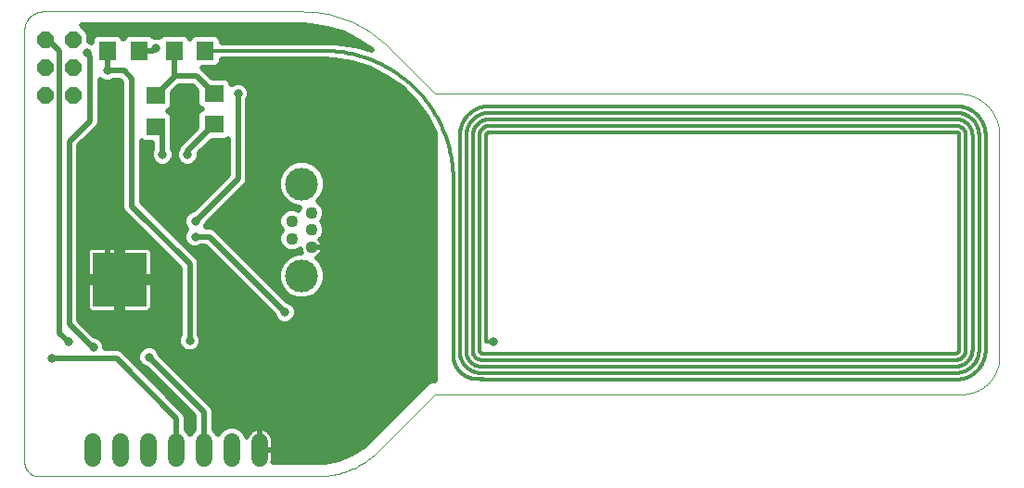
<source format=gtl>
G75*
%MOIN*%
%OFA0B0*%
%FSLAX25Y25*%
%IPPOS*%
%LPD*%
%AMOC8*
5,1,8,0,0,1.08239X$1,22.5*
%
%ADD10C,0.00000*%
%ADD11R,0.19685X0.19685*%
%ADD12R,0.06299X0.07098*%
%ADD13OC8,0.06000*%
%ADD14C,0.06000*%
%ADD15C,0.04362*%
%ADD16C,0.11811*%
%ADD17C,0.01181*%
%ADD18R,0.02953X0.01181*%
%ADD19C,0.03181*%
%ADD20R,0.07098X0.06299*%
%ADD21C,0.03175*%
%ADD22C,0.01969*%
%ADD23C,0.05906*%
D10*
X0031261Y0021669D02*
X0131325Y0021669D01*
X0153242Y0030748D02*
X0173691Y0051197D01*
X0362808Y0051197D01*
X0362808Y0051196D02*
X0363138Y0051200D01*
X0363467Y0051212D01*
X0363796Y0051232D01*
X0364124Y0051260D01*
X0364452Y0051295D01*
X0364779Y0051339D01*
X0365104Y0051391D01*
X0365428Y0051450D01*
X0365751Y0051517D01*
X0366072Y0051592D01*
X0366391Y0051675D01*
X0366708Y0051765D01*
X0367023Y0051864D01*
X0367335Y0051969D01*
X0367644Y0052082D01*
X0367951Y0052203D01*
X0368255Y0052331D01*
X0368555Y0052466D01*
X0368853Y0052609D01*
X0369146Y0052758D01*
X0369436Y0052915D01*
X0369722Y0053079D01*
X0370004Y0053249D01*
X0370282Y0053426D01*
X0370556Y0053610D01*
X0370825Y0053801D01*
X0371089Y0053998D01*
X0371349Y0054201D01*
X0371603Y0054410D01*
X0371852Y0054626D01*
X0372096Y0054848D01*
X0372335Y0055075D01*
X0372568Y0055308D01*
X0372795Y0055547D01*
X0373017Y0055791D01*
X0373233Y0056040D01*
X0373442Y0056294D01*
X0373645Y0056554D01*
X0373842Y0056818D01*
X0374033Y0057087D01*
X0374217Y0057361D01*
X0374394Y0057639D01*
X0374564Y0057921D01*
X0374728Y0058207D01*
X0374885Y0058497D01*
X0375034Y0058790D01*
X0375177Y0059088D01*
X0375312Y0059388D01*
X0375440Y0059692D01*
X0375561Y0059999D01*
X0375674Y0060308D01*
X0375779Y0060620D01*
X0375878Y0060935D01*
X0375968Y0061252D01*
X0376051Y0061571D01*
X0376126Y0061892D01*
X0376193Y0062215D01*
X0376252Y0062539D01*
X0376304Y0062864D01*
X0376348Y0063191D01*
X0376383Y0063519D01*
X0376411Y0063847D01*
X0376431Y0064176D01*
X0376443Y0064505D01*
X0376447Y0064835D01*
X0376447Y0144657D01*
X0376443Y0145015D01*
X0376430Y0145372D01*
X0376408Y0145730D01*
X0376378Y0146086D01*
X0376339Y0146442D01*
X0376292Y0146797D01*
X0376236Y0147150D01*
X0376171Y0147502D01*
X0376098Y0147852D01*
X0376017Y0148201D01*
X0375927Y0148547D01*
X0375829Y0148891D01*
X0375722Y0149233D01*
X0375608Y0149572D01*
X0375485Y0149908D01*
X0375354Y0150241D01*
X0375215Y0150571D01*
X0375068Y0150897D01*
X0374913Y0151220D01*
X0374751Y0151539D01*
X0374581Y0151853D01*
X0374403Y0152164D01*
X0374218Y0152470D01*
X0374025Y0152772D01*
X0373826Y0153069D01*
X0373619Y0153361D01*
X0373405Y0153648D01*
X0373184Y0153930D01*
X0372957Y0154206D01*
X0372723Y0154477D01*
X0372482Y0154741D01*
X0372236Y0155001D01*
X0371983Y0155254D01*
X0371723Y0155500D01*
X0371459Y0155741D01*
X0371188Y0155975D01*
X0370912Y0156202D01*
X0370630Y0156423D01*
X0370343Y0156637D01*
X0370051Y0156844D01*
X0369754Y0157043D01*
X0369452Y0157236D01*
X0369146Y0157421D01*
X0368835Y0157599D01*
X0368521Y0157769D01*
X0368202Y0157931D01*
X0367879Y0158086D01*
X0367553Y0158233D01*
X0367223Y0158372D01*
X0366890Y0158503D01*
X0366554Y0158626D01*
X0366215Y0158740D01*
X0365873Y0158847D01*
X0365529Y0158945D01*
X0365183Y0159035D01*
X0364834Y0159116D01*
X0364484Y0159189D01*
X0364132Y0159254D01*
X0363779Y0159310D01*
X0363424Y0159357D01*
X0363068Y0159396D01*
X0362712Y0159426D01*
X0362354Y0159448D01*
X0361997Y0159461D01*
X0361639Y0159465D01*
X0173691Y0159465D01*
X0157002Y0176154D01*
X0126007Y0188992D02*
X0032774Y0188992D01*
X0032612Y0188990D01*
X0032449Y0188984D01*
X0032287Y0188974D01*
X0032125Y0188961D01*
X0031964Y0188943D01*
X0031803Y0188921D01*
X0031642Y0188896D01*
X0031483Y0188867D01*
X0031324Y0188834D01*
X0031166Y0188797D01*
X0031008Y0188756D01*
X0030852Y0188711D01*
X0030697Y0188663D01*
X0030543Y0188611D01*
X0030391Y0188555D01*
X0030240Y0188496D01*
X0030090Y0188433D01*
X0029942Y0188366D01*
X0029795Y0188296D01*
X0029651Y0188222D01*
X0029508Y0188145D01*
X0029367Y0188064D01*
X0029228Y0187980D01*
X0029091Y0187893D01*
X0028956Y0187802D01*
X0028823Y0187708D01*
X0028693Y0187611D01*
X0028565Y0187511D01*
X0028440Y0187408D01*
X0028317Y0187302D01*
X0028197Y0187193D01*
X0028079Y0187081D01*
X0027964Y0186966D01*
X0027852Y0186848D01*
X0027743Y0186728D01*
X0027637Y0186605D01*
X0027534Y0186480D01*
X0027434Y0186352D01*
X0027337Y0186222D01*
X0027243Y0186089D01*
X0027152Y0185954D01*
X0027065Y0185817D01*
X0026981Y0185678D01*
X0026900Y0185537D01*
X0026823Y0185394D01*
X0026749Y0185250D01*
X0026679Y0185103D01*
X0026612Y0184955D01*
X0026549Y0184805D01*
X0026490Y0184654D01*
X0026434Y0184502D01*
X0026382Y0184348D01*
X0026334Y0184193D01*
X0026289Y0184037D01*
X0026248Y0183879D01*
X0026211Y0183721D01*
X0026178Y0183562D01*
X0026149Y0183403D01*
X0026124Y0183242D01*
X0026102Y0183081D01*
X0026084Y0182920D01*
X0026071Y0182758D01*
X0026061Y0182596D01*
X0026055Y0182433D01*
X0026053Y0182271D01*
X0026053Y0026877D01*
X0026055Y0026733D01*
X0026061Y0026590D01*
X0026071Y0026447D01*
X0026085Y0026304D01*
X0026102Y0026162D01*
X0026124Y0026020D01*
X0026150Y0025879D01*
X0026179Y0025738D01*
X0026212Y0025599D01*
X0026250Y0025460D01*
X0026290Y0025322D01*
X0026335Y0025186D01*
X0026384Y0025051D01*
X0026436Y0024917D01*
X0026492Y0024785D01*
X0026551Y0024654D01*
X0026614Y0024525D01*
X0026681Y0024398D01*
X0026751Y0024273D01*
X0026824Y0024150D01*
X0026901Y0024028D01*
X0026981Y0023909D01*
X0027065Y0023793D01*
X0027151Y0023678D01*
X0027241Y0023566D01*
X0027334Y0023457D01*
X0027429Y0023350D01*
X0027528Y0023245D01*
X0027629Y0023144D01*
X0027734Y0023045D01*
X0027841Y0022950D01*
X0027950Y0022857D01*
X0028062Y0022767D01*
X0028177Y0022681D01*
X0028293Y0022597D01*
X0028412Y0022517D01*
X0028534Y0022440D01*
X0028657Y0022367D01*
X0028782Y0022297D01*
X0028909Y0022230D01*
X0029038Y0022167D01*
X0029169Y0022108D01*
X0029301Y0022052D01*
X0029435Y0022000D01*
X0029570Y0021951D01*
X0029706Y0021906D01*
X0029844Y0021866D01*
X0029983Y0021828D01*
X0030122Y0021795D01*
X0030263Y0021766D01*
X0030404Y0021740D01*
X0030546Y0021718D01*
X0030688Y0021701D01*
X0030831Y0021687D01*
X0030974Y0021677D01*
X0031117Y0021671D01*
X0031261Y0021669D01*
X0131325Y0021669D02*
X0132086Y0021678D01*
X0132846Y0021706D01*
X0133605Y0021753D01*
X0134363Y0021818D01*
X0135119Y0021902D01*
X0135873Y0022004D01*
X0136624Y0022125D01*
X0137372Y0022265D01*
X0138116Y0022422D01*
X0138856Y0022598D01*
X0139592Y0022792D01*
X0140323Y0023004D01*
X0141048Y0023233D01*
X0141767Y0023481D01*
X0142480Y0023746D01*
X0143187Y0024028D01*
X0143886Y0024328D01*
X0144577Y0024645D01*
X0145261Y0024979D01*
X0145936Y0025329D01*
X0146603Y0025696D01*
X0147260Y0026079D01*
X0147908Y0026478D01*
X0148545Y0026893D01*
X0149173Y0027323D01*
X0149789Y0027769D01*
X0150395Y0028229D01*
X0150989Y0028705D01*
X0151571Y0029195D01*
X0152141Y0029698D01*
X0152698Y0030216D01*
X0153242Y0030748D01*
X0157001Y0176154D02*
X0156255Y0176883D01*
X0155491Y0177594D01*
X0154711Y0178286D01*
X0153914Y0178960D01*
X0153102Y0179614D01*
X0152275Y0180249D01*
X0151432Y0180864D01*
X0150575Y0181459D01*
X0149704Y0182034D01*
X0148820Y0182587D01*
X0147923Y0183120D01*
X0147013Y0183630D01*
X0146092Y0184119D01*
X0145159Y0184586D01*
X0144215Y0185031D01*
X0143261Y0185453D01*
X0142298Y0185852D01*
X0141325Y0186228D01*
X0140343Y0186581D01*
X0139353Y0186911D01*
X0138356Y0187216D01*
X0137352Y0187498D01*
X0136341Y0187756D01*
X0135324Y0187990D01*
X0134302Y0188200D01*
X0133276Y0188385D01*
X0132245Y0188546D01*
X0131211Y0188682D01*
X0130173Y0188794D01*
X0129134Y0188880D01*
X0128093Y0188942D01*
X0127050Y0188980D01*
X0126007Y0188992D01*
D11*
X0060305Y0092417D03*
D12*
X0056045Y0174819D03*
X0067242Y0174819D03*
X0079904Y0174819D03*
X0091100Y0174819D03*
D13*
X0043652Y0178953D03*
X0033652Y0178953D03*
X0033652Y0168953D03*
X0043652Y0168953D03*
X0043652Y0158953D03*
X0033652Y0158953D03*
D14*
X0050620Y0034276D02*
X0050620Y0028276D01*
X0060620Y0028276D02*
X0060620Y0034276D01*
X0070620Y0034276D02*
X0070620Y0028276D01*
X0080620Y0028276D02*
X0080620Y0034276D01*
X0090620Y0034276D02*
X0090620Y0028276D01*
X0100620Y0028276D02*
X0100620Y0034276D01*
X0110620Y0034276D02*
X0110620Y0028276D01*
D15*
X0129281Y0104031D03*
X0129281Y0110331D03*
X0122195Y0113480D03*
X0129281Y0116630D03*
X0122195Y0107181D03*
D16*
X0125738Y0093795D03*
X0125738Y0126866D03*
D17*
X0133829Y0174819D02*
X0134949Y0174805D01*
X0136069Y0174765D01*
X0137187Y0174697D01*
X0138303Y0174603D01*
X0139417Y0174481D01*
X0140527Y0174333D01*
X0141634Y0174157D01*
X0142736Y0173955D01*
X0143832Y0173727D01*
X0144923Y0173472D01*
X0146008Y0173191D01*
X0147085Y0172883D01*
X0148154Y0172550D01*
X0149216Y0172191D01*
X0150268Y0171806D01*
X0151310Y0171397D01*
X0152343Y0170962D01*
X0153364Y0170502D01*
X0154374Y0170018D01*
X0155373Y0169509D01*
X0156358Y0168976D01*
X0157331Y0168420D01*
X0158289Y0167841D01*
X0159234Y0167238D01*
X0160163Y0166613D01*
X0161078Y0165965D01*
X0161976Y0165296D01*
X0162858Y0164605D01*
X0163723Y0163893D01*
X0164570Y0163160D01*
X0165400Y0162408D01*
X0166211Y0161635D01*
X0167003Y0160843D01*
X0167776Y0160032D01*
X0168528Y0159202D01*
X0169261Y0158355D01*
X0169973Y0157490D01*
X0170664Y0156608D01*
X0171333Y0155710D01*
X0171981Y0154795D01*
X0172606Y0153866D01*
X0173209Y0152921D01*
X0173788Y0151963D01*
X0174344Y0150990D01*
X0174877Y0150005D01*
X0175386Y0149006D01*
X0175870Y0147996D01*
X0176330Y0146975D01*
X0176765Y0145942D01*
X0177174Y0144900D01*
X0177559Y0143848D01*
X0177918Y0142786D01*
X0178251Y0141717D01*
X0178559Y0140640D01*
X0178840Y0139555D01*
X0179095Y0138464D01*
X0179323Y0137368D01*
X0179525Y0136266D01*
X0179701Y0135159D01*
X0179849Y0134049D01*
X0179971Y0132935D01*
X0180065Y0131819D01*
X0180133Y0130701D01*
X0180173Y0129581D01*
X0180187Y0128461D01*
X0180187Y0065272D01*
X0182549Y0067142D02*
X0182549Y0144307D01*
X0184911Y0144307D02*
X0184911Y0067142D01*
X0187274Y0067142D02*
X0187274Y0144307D01*
X0189636Y0144307D02*
X0189636Y0067142D01*
X0182549Y0067142D02*
X0182537Y0066956D01*
X0182529Y0066770D01*
X0182526Y0066584D01*
X0182528Y0066398D01*
X0182533Y0066212D01*
X0182544Y0066026D01*
X0182559Y0065841D01*
X0182578Y0065656D01*
X0182602Y0065471D01*
X0182630Y0065287D01*
X0182663Y0065104D01*
X0182700Y0064922D01*
X0182742Y0064740D01*
X0182788Y0064560D01*
X0182838Y0064381D01*
X0182893Y0064203D01*
X0182952Y0064026D01*
X0183015Y0063851D01*
X0183082Y0063678D01*
X0183154Y0063506D01*
X0183229Y0063336D01*
X0183309Y0063168D01*
X0183393Y0063002D01*
X0183481Y0062838D01*
X0183572Y0062676D01*
X0183668Y0062516D01*
X0183767Y0062359D01*
X0183870Y0062204D01*
X0183977Y0062052D01*
X0184088Y0061902D01*
X0184202Y0061755D01*
X0184320Y0061611D01*
X0184441Y0061470D01*
X0184565Y0061331D01*
X0184693Y0061196D01*
X0184824Y0061064D01*
X0184958Y0060935D01*
X0185095Y0060809D01*
X0185236Y0060687D01*
X0185379Y0060568D01*
X0185525Y0060453D01*
X0185673Y0060341D01*
X0185825Y0060233D01*
X0185979Y0060128D01*
X0186135Y0060028D01*
X0186294Y0059931D01*
X0186455Y0059837D01*
X0186619Y0059748D01*
X0186784Y0059663D01*
X0186951Y0059582D01*
X0187121Y0059505D01*
X0187292Y0059432D01*
X0187465Y0059363D01*
X0187639Y0059298D01*
X0187815Y0059238D01*
X0187993Y0059182D01*
X0188171Y0059130D01*
X0188351Y0059083D01*
X0188532Y0059040D01*
X0188714Y0059001D01*
X0188897Y0058967D01*
X0189081Y0058937D01*
X0189265Y0058911D01*
X0189450Y0058890D01*
X0189635Y0058874D01*
X0189636Y0058874D02*
X0360896Y0058874D01*
X0360896Y0056512D02*
X0190030Y0056512D01*
X0190738Y0056708D02*
X0190755Y0056707D01*
X0190772Y0056702D01*
X0190787Y0056695D01*
X0190801Y0056685D01*
X0190813Y0056673D01*
X0190823Y0056659D01*
X0190830Y0056644D01*
X0190835Y0056627D01*
X0190836Y0056610D01*
X0190738Y0056709D02*
X0188750Y0056709D01*
X0189636Y0061236D02*
X0360896Y0061236D01*
X0360896Y0063598D02*
X0190030Y0063598D01*
X0188750Y0056709D02*
X0188543Y0056712D01*
X0188336Y0056719D01*
X0188130Y0056731D01*
X0187924Y0056749D01*
X0187718Y0056771D01*
X0187513Y0056799D01*
X0187308Y0056831D01*
X0187105Y0056869D01*
X0186902Y0056911D01*
X0186701Y0056958D01*
X0186500Y0057010D01*
X0186301Y0057067D01*
X0186104Y0057128D01*
X0185908Y0057194D01*
X0185714Y0057265D01*
X0185521Y0057341D01*
X0185330Y0057422D01*
X0185142Y0057506D01*
X0184955Y0057596D01*
X0184771Y0057690D01*
X0184589Y0057788D01*
X0184409Y0057891D01*
X0184232Y0057998D01*
X0184057Y0058109D01*
X0183886Y0058225D01*
X0183717Y0058344D01*
X0183551Y0058468D01*
X0183388Y0058596D01*
X0183228Y0058727D01*
X0183072Y0058863D01*
X0182918Y0059002D01*
X0182769Y0059144D01*
X0182622Y0059291D01*
X0182480Y0059440D01*
X0182341Y0059594D01*
X0182205Y0059750D01*
X0182074Y0059910D01*
X0181946Y0060073D01*
X0181822Y0060239D01*
X0181703Y0060408D01*
X0181587Y0060579D01*
X0181476Y0060754D01*
X0181369Y0060931D01*
X0181266Y0061111D01*
X0181168Y0061293D01*
X0181074Y0061477D01*
X0180984Y0061664D01*
X0180900Y0061852D01*
X0180819Y0062043D01*
X0180743Y0062236D01*
X0180672Y0062430D01*
X0180606Y0062626D01*
X0180545Y0062823D01*
X0180488Y0063022D01*
X0180436Y0063223D01*
X0180389Y0063424D01*
X0180347Y0063627D01*
X0180309Y0063830D01*
X0180277Y0064035D01*
X0180249Y0064240D01*
X0180227Y0064446D01*
X0180209Y0064652D01*
X0180197Y0064858D01*
X0180190Y0065065D01*
X0180187Y0065272D01*
X0184911Y0067142D02*
X0184897Y0066997D01*
X0184887Y0066853D01*
X0184880Y0066708D01*
X0184878Y0066563D01*
X0184880Y0066419D01*
X0184885Y0066274D01*
X0184895Y0066129D01*
X0184908Y0065985D01*
X0184925Y0065841D01*
X0184946Y0065698D01*
X0184971Y0065555D01*
X0185000Y0065413D01*
X0185033Y0065272D01*
X0185070Y0065132D01*
X0185110Y0064993D01*
X0185154Y0064855D01*
X0185202Y0064718D01*
X0185253Y0064583D01*
X0185308Y0064449D01*
X0185367Y0064317D01*
X0185429Y0064186D01*
X0185495Y0064057D01*
X0185564Y0063930D01*
X0185637Y0063804D01*
X0185713Y0063681D01*
X0185793Y0063560D01*
X0185875Y0063441D01*
X0185961Y0063324D01*
X0186050Y0063210D01*
X0186142Y0063098D01*
X0186237Y0062989D01*
X0186335Y0062882D01*
X0186436Y0062778D01*
X0186539Y0062677D01*
X0186645Y0062579D01*
X0186754Y0062483D01*
X0186866Y0062391D01*
X0186980Y0062301D01*
X0187096Y0062215D01*
X0187214Y0062132D01*
X0187335Y0062052D01*
X0187458Y0061975D01*
X0187583Y0061902D01*
X0187710Y0061832D01*
X0187839Y0061765D01*
X0187969Y0061703D01*
X0188101Y0061643D01*
X0188235Y0061587D01*
X0188370Y0061535D01*
X0188507Y0061487D01*
X0188644Y0061442D01*
X0188783Y0061401D01*
X0188923Y0061364D01*
X0189064Y0061331D01*
X0189206Y0061301D01*
X0189349Y0061275D01*
X0189492Y0061254D01*
X0189635Y0061236D01*
X0190423Y0065961D02*
X0360896Y0065961D01*
X0360896Y0056512D02*
X0361153Y0056515D01*
X0361410Y0056524D01*
X0361666Y0056540D01*
X0361922Y0056562D01*
X0362177Y0056590D01*
X0362432Y0056624D01*
X0362686Y0056664D01*
X0362938Y0056710D01*
X0363190Y0056762D01*
X0363440Y0056821D01*
X0363689Y0056885D01*
X0363936Y0056956D01*
X0364181Y0057032D01*
X0364424Y0057115D01*
X0364665Y0057203D01*
X0364905Y0057297D01*
X0365141Y0057396D01*
X0365375Y0057502D01*
X0365607Y0057613D01*
X0365836Y0057730D01*
X0366062Y0057852D01*
X0366285Y0057979D01*
X0366505Y0058112D01*
X0366721Y0058250D01*
X0366935Y0058394D01*
X0367144Y0058542D01*
X0367350Y0058696D01*
X0367552Y0058854D01*
X0367751Y0059017D01*
X0367945Y0059185D01*
X0368135Y0059358D01*
X0368321Y0059535D01*
X0368503Y0059717D01*
X0368680Y0059903D01*
X0368853Y0060093D01*
X0369021Y0060287D01*
X0369184Y0060486D01*
X0369342Y0060688D01*
X0369496Y0060894D01*
X0369644Y0061103D01*
X0369788Y0061317D01*
X0369926Y0061533D01*
X0370059Y0061753D01*
X0370186Y0061976D01*
X0370308Y0062202D01*
X0370425Y0062431D01*
X0370536Y0062663D01*
X0370642Y0062897D01*
X0370741Y0063133D01*
X0370835Y0063373D01*
X0370923Y0063614D01*
X0371006Y0063857D01*
X0371082Y0064102D01*
X0371153Y0064349D01*
X0371217Y0064598D01*
X0371276Y0064848D01*
X0371328Y0065100D01*
X0371374Y0065352D01*
X0371414Y0065606D01*
X0371448Y0065861D01*
X0371476Y0066116D01*
X0371498Y0066372D01*
X0371514Y0066628D01*
X0371523Y0066885D01*
X0371526Y0067142D01*
X0371526Y0144307D01*
X0369163Y0144307D02*
X0369163Y0067142D01*
X0366801Y0067142D02*
X0366801Y0144307D01*
X0364439Y0144307D02*
X0364439Y0067142D01*
X0362077Y0067142D02*
X0362077Y0144307D01*
X0371526Y0144307D02*
X0371523Y0144564D01*
X0371514Y0144821D01*
X0371498Y0145077D01*
X0371476Y0145333D01*
X0371448Y0145588D01*
X0371414Y0145843D01*
X0371374Y0146097D01*
X0371328Y0146349D01*
X0371276Y0146601D01*
X0371217Y0146851D01*
X0371153Y0147100D01*
X0371082Y0147347D01*
X0371006Y0147592D01*
X0370923Y0147835D01*
X0370835Y0148076D01*
X0370741Y0148316D01*
X0370642Y0148552D01*
X0370536Y0148786D01*
X0370425Y0149018D01*
X0370308Y0149247D01*
X0370186Y0149473D01*
X0370059Y0149696D01*
X0369926Y0149916D01*
X0369788Y0150132D01*
X0369644Y0150346D01*
X0369496Y0150555D01*
X0369342Y0150761D01*
X0369184Y0150963D01*
X0369021Y0151162D01*
X0368853Y0151356D01*
X0368680Y0151546D01*
X0368503Y0151732D01*
X0368321Y0151914D01*
X0368135Y0152091D01*
X0367945Y0152264D01*
X0367751Y0152432D01*
X0367552Y0152595D01*
X0367350Y0152753D01*
X0367144Y0152907D01*
X0366935Y0153055D01*
X0366721Y0153199D01*
X0366505Y0153337D01*
X0366285Y0153470D01*
X0366062Y0153597D01*
X0365836Y0153719D01*
X0365607Y0153836D01*
X0365375Y0153947D01*
X0365141Y0154053D01*
X0364905Y0154152D01*
X0364665Y0154246D01*
X0364424Y0154334D01*
X0364181Y0154417D01*
X0363936Y0154493D01*
X0363689Y0154564D01*
X0363440Y0154628D01*
X0363190Y0154687D01*
X0362938Y0154739D01*
X0362686Y0154785D01*
X0362432Y0154825D01*
X0362177Y0154859D01*
X0361922Y0154887D01*
X0361666Y0154909D01*
X0361410Y0154925D01*
X0361153Y0154934D01*
X0360896Y0154937D01*
X0193179Y0154937D01*
X0193179Y0152575D02*
X0360896Y0152575D01*
X0360896Y0150213D02*
X0193179Y0150213D01*
X0193179Y0147850D02*
X0360896Y0147850D01*
X0360896Y0145488D02*
X0193179Y0145488D01*
X0193179Y0154937D02*
X0192922Y0154934D01*
X0192665Y0154925D01*
X0192409Y0154909D01*
X0192153Y0154887D01*
X0191898Y0154859D01*
X0191643Y0154825D01*
X0191389Y0154785D01*
X0191137Y0154739D01*
X0190885Y0154687D01*
X0190635Y0154628D01*
X0190386Y0154564D01*
X0190139Y0154493D01*
X0189894Y0154417D01*
X0189651Y0154334D01*
X0189410Y0154246D01*
X0189170Y0154152D01*
X0188934Y0154053D01*
X0188700Y0153947D01*
X0188468Y0153836D01*
X0188239Y0153719D01*
X0188013Y0153597D01*
X0187790Y0153470D01*
X0187570Y0153337D01*
X0187354Y0153199D01*
X0187140Y0153055D01*
X0186931Y0152907D01*
X0186725Y0152753D01*
X0186523Y0152595D01*
X0186324Y0152432D01*
X0186130Y0152264D01*
X0185940Y0152091D01*
X0185754Y0151914D01*
X0185572Y0151732D01*
X0185395Y0151546D01*
X0185222Y0151356D01*
X0185054Y0151162D01*
X0184891Y0150963D01*
X0184733Y0150761D01*
X0184579Y0150555D01*
X0184431Y0150346D01*
X0184287Y0150132D01*
X0184149Y0149916D01*
X0184016Y0149696D01*
X0183889Y0149473D01*
X0183767Y0149247D01*
X0183650Y0149018D01*
X0183539Y0148786D01*
X0183433Y0148552D01*
X0183334Y0148316D01*
X0183240Y0148076D01*
X0183152Y0147835D01*
X0183069Y0147592D01*
X0182993Y0147347D01*
X0182922Y0147100D01*
X0182858Y0146851D01*
X0182799Y0146601D01*
X0182747Y0146349D01*
X0182701Y0146097D01*
X0182661Y0145843D01*
X0182627Y0145588D01*
X0182599Y0145333D01*
X0182577Y0145077D01*
X0182561Y0144821D01*
X0182552Y0144564D01*
X0182549Y0144307D01*
X0191998Y0144307D02*
X0191998Y0070291D01*
X0194754Y0070291D01*
X0195541Y0065961D02*
X0193179Y0065961D01*
X0190423Y0065960D02*
X0190364Y0065974D01*
X0190306Y0065991D01*
X0190249Y0066012D01*
X0190193Y0066036D01*
X0190139Y0066064D01*
X0190087Y0066094D01*
X0190036Y0066128D01*
X0189988Y0066165D01*
X0189942Y0066204D01*
X0189899Y0066247D01*
X0189858Y0066291D01*
X0189820Y0066339D01*
X0189785Y0066388D01*
X0189753Y0066440D01*
X0189724Y0066493D01*
X0189698Y0066548D01*
X0189676Y0066604D01*
X0189657Y0066662D01*
X0189641Y0066721D01*
X0189630Y0066780D01*
X0189621Y0066840D01*
X0189617Y0066901D01*
X0189616Y0066961D01*
X0189619Y0067022D01*
X0189625Y0067082D01*
X0189635Y0067142D01*
X0187274Y0067142D02*
X0187262Y0067032D01*
X0187254Y0066921D01*
X0187250Y0066810D01*
X0187249Y0066700D01*
X0187253Y0066589D01*
X0187260Y0066478D01*
X0187272Y0066368D01*
X0187287Y0066258D01*
X0187306Y0066149D01*
X0187329Y0066041D01*
X0187355Y0065933D01*
X0187386Y0065827D01*
X0187420Y0065721D01*
X0187457Y0065617D01*
X0187499Y0065514D01*
X0187543Y0065413D01*
X0187592Y0065313D01*
X0187644Y0065215D01*
X0187699Y0065119D01*
X0187757Y0065025D01*
X0187819Y0064933D01*
X0187884Y0064843D01*
X0187952Y0064756D01*
X0188023Y0064671D01*
X0188097Y0064588D01*
X0188174Y0064509D01*
X0188253Y0064431D01*
X0188335Y0064357D01*
X0188420Y0064286D01*
X0188507Y0064217D01*
X0188597Y0064152D01*
X0188689Y0064090D01*
X0188782Y0064031D01*
X0188878Y0063975D01*
X0188976Y0063923D01*
X0189075Y0063874D01*
X0189176Y0063829D01*
X0189279Y0063787D01*
X0189383Y0063749D01*
X0189488Y0063715D01*
X0189595Y0063684D01*
X0189702Y0063657D01*
X0189811Y0063634D01*
X0189920Y0063614D01*
X0190029Y0063599D01*
X0184911Y0144307D02*
X0184913Y0144507D01*
X0184921Y0144706D01*
X0184933Y0144906D01*
X0184950Y0145105D01*
X0184971Y0145304D01*
X0184998Y0145502D01*
X0185029Y0145699D01*
X0185065Y0145896D01*
X0185106Y0146091D01*
X0185151Y0146286D01*
X0185201Y0146479D01*
X0185256Y0146671D01*
X0185316Y0146862D01*
X0185380Y0147051D01*
X0185448Y0147239D01*
X0185521Y0147425D01*
X0185599Y0147609D01*
X0185681Y0147791D01*
X0185767Y0147971D01*
X0185858Y0148149D01*
X0185953Y0148325D01*
X0186052Y0148499D01*
X0186156Y0148670D01*
X0186263Y0148838D01*
X0186375Y0149004D01*
X0186490Y0149167D01*
X0186609Y0149327D01*
X0186733Y0149484D01*
X0186860Y0149639D01*
X0186990Y0149790D01*
X0187125Y0149938D01*
X0187262Y0150082D01*
X0187404Y0150224D01*
X0187548Y0150361D01*
X0187696Y0150496D01*
X0187847Y0150626D01*
X0188002Y0150753D01*
X0188159Y0150877D01*
X0188319Y0150996D01*
X0188482Y0151111D01*
X0188648Y0151223D01*
X0188816Y0151330D01*
X0188987Y0151434D01*
X0189161Y0151533D01*
X0189337Y0151628D01*
X0189515Y0151719D01*
X0189695Y0151805D01*
X0189877Y0151887D01*
X0190061Y0151965D01*
X0190247Y0152038D01*
X0190435Y0152106D01*
X0190624Y0152170D01*
X0190815Y0152230D01*
X0191007Y0152285D01*
X0191200Y0152335D01*
X0191395Y0152380D01*
X0191590Y0152421D01*
X0191787Y0152457D01*
X0191984Y0152488D01*
X0192182Y0152515D01*
X0192381Y0152536D01*
X0192580Y0152553D01*
X0192780Y0152565D01*
X0192979Y0152573D01*
X0193179Y0152575D01*
X0193179Y0150213D02*
X0193027Y0150211D01*
X0192875Y0150205D01*
X0192723Y0150195D01*
X0192572Y0150182D01*
X0192421Y0150164D01*
X0192270Y0150143D01*
X0192120Y0150117D01*
X0191971Y0150088D01*
X0191822Y0150055D01*
X0191675Y0150018D01*
X0191528Y0149978D01*
X0191383Y0149933D01*
X0191239Y0149885D01*
X0191096Y0149833D01*
X0190954Y0149778D01*
X0190814Y0149719D01*
X0190675Y0149656D01*
X0190538Y0149590D01*
X0190403Y0149520D01*
X0190270Y0149447D01*
X0190139Y0149370D01*
X0190009Y0149290D01*
X0189882Y0149207D01*
X0189757Y0149121D01*
X0189634Y0149031D01*
X0189514Y0148938D01*
X0189396Y0148842D01*
X0189280Y0148743D01*
X0189167Y0148641D01*
X0189057Y0148537D01*
X0188949Y0148429D01*
X0188845Y0148319D01*
X0188743Y0148206D01*
X0188644Y0148090D01*
X0188548Y0147972D01*
X0188455Y0147852D01*
X0188365Y0147729D01*
X0188279Y0147604D01*
X0188196Y0147477D01*
X0188116Y0147347D01*
X0188039Y0147216D01*
X0187966Y0147083D01*
X0187896Y0146948D01*
X0187830Y0146811D01*
X0187767Y0146672D01*
X0187708Y0146532D01*
X0187653Y0146390D01*
X0187601Y0146247D01*
X0187553Y0146103D01*
X0187508Y0145958D01*
X0187468Y0145811D01*
X0187431Y0145664D01*
X0187398Y0145515D01*
X0187369Y0145366D01*
X0187343Y0145216D01*
X0187322Y0145065D01*
X0187304Y0144914D01*
X0187291Y0144763D01*
X0187281Y0144611D01*
X0187275Y0144459D01*
X0187273Y0144307D01*
X0189636Y0144307D02*
X0189638Y0144423D01*
X0189644Y0144539D01*
X0189653Y0144654D01*
X0189666Y0144769D01*
X0189683Y0144884D01*
X0189704Y0144998D01*
X0189729Y0145112D01*
X0189757Y0145224D01*
X0189789Y0145335D01*
X0189824Y0145446D01*
X0189863Y0145555D01*
X0189906Y0145663D01*
X0189952Y0145769D01*
X0190001Y0145874D01*
X0190054Y0145977D01*
X0190111Y0146079D01*
X0190170Y0146178D01*
X0190233Y0146275D01*
X0190299Y0146371D01*
X0190368Y0146464D01*
X0190440Y0146555D01*
X0190515Y0146643D01*
X0190593Y0146729D01*
X0190674Y0146812D01*
X0190757Y0146893D01*
X0190843Y0146971D01*
X0190931Y0147046D01*
X0191022Y0147118D01*
X0191115Y0147187D01*
X0191211Y0147253D01*
X0191308Y0147316D01*
X0191408Y0147375D01*
X0191509Y0147432D01*
X0191612Y0147485D01*
X0191717Y0147534D01*
X0191823Y0147580D01*
X0191931Y0147623D01*
X0192040Y0147662D01*
X0192151Y0147697D01*
X0192262Y0147729D01*
X0192374Y0147757D01*
X0192488Y0147782D01*
X0192602Y0147803D01*
X0192717Y0147820D01*
X0192832Y0147833D01*
X0192947Y0147842D01*
X0193063Y0147848D01*
X0193179Y0147850D01*
X0193179Y0145488D02*
X0193113Y0145486D01*
X0193047Y0145481D01*
X0192981Y0145471D01*
X0192916Y0145458D01*
X0192852Y0145442D01*
X0192789Y0145422D01*
X0192727Y0145398D01*
X0192667Y0145371D01*
X0192608Y0145341D01*
X0192551Y0145307D01*
X0192496Y0145270D01*
X0192443Y0145230D01*
X0192392Y0145188D01*
X0192344Y0145142D01*
X0192298Y0145094D01*
X0192256Y0145043D01*
X0192216Y0144990D01*
X0192179Y0144935D01*
X0192145Y0144878D01*
X0192115Y0144819D01*
X0192088Y0144759D01*
X0192064Y0144697D01*
X0192044Y0144634D01*
X0192028Y0144570D01*
X0192015Y0144505D01*
X0192005Y0144439D01*
X0192000Y0144373D01*
X0191998Y0144307D01*
X0133829Y0174819D02*
X0091100Y0174819D01*
X0360896Y0152575D02*
X0361096Y0152573D01*
X0361295Y0152565D01*
X0361495Y0152553D01*
X0361694Y0152536D01*
X0361893Y0152515D01*
X0362091Y0152488D01*
X0362288Y0152457D01*
X0362485Y0152421D01*
X0362680Y0152380D01*
X0362875Y0152335D01*
X0363068Y0152285D01*
X0363260Y0152230D01*
X0363451Y0152170D01*
X0363640Y0152106D01*
X0363828Y0152038D01*
X0364014Y0151965D01*
X0364198Y0151887D01*
X0364380Y0151805D01*
X0364560Y0151719D01*
X0364738Y0151628D01*
X0364914Y0151533D01*
X0365088Y0151434D01*
X0365259Y0151330D01*
X0365427Y0151223D01*
X0365593Y0151111D01*
X0365756Y0150996D01*
X0365916Y0150877D01*
X0366073Y0150753D01*
X0366228Y0150626D01*
X0366379Y0150496D01*
X0366527Y0150361D01*
X0366671Y0150224D01*
X0366813Y0150082D01*
X0366950Y0149938D01*
X0367085Y0149790D01*
X0367215Y0149639D01*
X0367342Y0149484D01*
X0367466Y0149327D01*
X0367585Y0149167D01*
X0367700Y0149004D01*
X0367812Y0148838D01*
X0367919Y0148670D01*
X0368023Y0148499D01*
X0368122Y0148325D01*
X0368217Y0148149D01*
X0368308Y0147971D01*
X0368394Y0147791D01*
X0368476Y0147609D01*
X0368554Y0147425D01*
X0368627Y0147239D01*
X0368695Y0147051D01*
X0368759Y0146862D01*
X0368819Y0146671D01*
X0368874Y0146479D01*
X0368924Y0146286D01*
X0368969Y0146091D01*
X0369010Y0145896D01*
X0369046Y0145699D01*
X0369077Y0145502D01*
X0369104Y0145304D01*
X0369125Y0145105D01*
X0369142Y0144906D01*
X0369154Y0144706D01*
X0369162Y0144507D01*
X0369164Y0144307D01*
X0366802Y0144307D02*
X0366800Y0144459D01*
X0366794Y0144611D01*
X0366784Y0144763D01*
X0366771Y0144914D01*
X0366753Y0145065D01*
X0366732Y0145216D01*
X0366706Y0145366D01*
X0366677Y0145515D01*
X0366644Y0145664D01*
X0366607Y0145811D01*
X0366567Y0145958D01*
X0366522Y0146103D01*
X0366474Y0146247D01*
X0366422Y0146390D01*
X0366367Y0146532D01*
X0366308Y0146672D01*
X0366245Y0146811D01*
X0366179Y0146948D01*
X0366109Y0147083D01*
X0366036Y0147216D01*
X0365959Y0147347D01*
X0365879Y0147477D01*
X0365796Y0147604D01*
X0365710Y0147729D01*
X0365620Y0147852D01*
X0365527Y0147972D01*
X0365431Y0148090D01*
X0365332Y0148206D01*
X0365230Y0148319D01*
X0365126Y0148429D01*
X0365018Y0148537D01*
X0364908Y0148641D01*
X0364795Y0148743D01*
X0364679Y0148842D01*
X0364561Y0148938D01*
X0364441Y0149031D01*
X0364318Y0149121D01*
X0364193Y0149207D01*
X0364066Y0149290D01*
X0363936Y0149370D01*
X0363805Y0149447D01*
X0363672Y0149520D01*
X0363537Y0149590D01*
X0363400Y0149656D01*
X0363261Y0149719D01*
X0363121Y0149778D01*
X0362979Y0149833D01*
X0362836Y0149885D01*
X0362692Y0149933D01*
X0362547Y0149978D01*
X0362400Y0150018D01*
X0362253Y0150055D01*
X0362104Y0150088D01*
X0361955Y0150117D01*
X0361805Y0150143D01*
X0361654Y0150164D01*
X0361503Y0150182D01*
X0361352Y0150195D01*
X0361200Y0150205D01*
X0361048Y0150211D01*
X0360896Y0150213D01*
X0360896Y0147850D02*
X0361012Y0147848D01*
X0361128Y0147842D01*
X0361243Y0147833D01*
X0361358Y0147820D01*
X0361473Y0147803D01*
X0361587Y0147782D01*
X0361701Y0147757D01*
X0361813Y0147729D01*
X0361924Y0147697D01*
X0362035Y0147662D01*
X0362144Y0147623D01*
X0362252Y0147580D01*
X0362358Y0147534D01*
X0362463Y0147485D01*
X0362566Y0147432D01*
X0362668Y0147375D01*
X0362767Y0147316D01*
X0362864Y0147253D01*
X0362960Y0147187D01*
X0363053Y0147118D01*
X0363144Y0147046D01*
X0363232Y0146971D01*
X0363318Y0146893D01*
X0363401Y0146812D01*
X0363482Y0146729D01*
X0363560Y0146643D01*
X0363635Y0146555D01*
X0363707Y0146464D01*
X0363776Y0146371D01*
X0363842Y0146275D01*
X0363905Y0146178D01*
X0363964Y0146079D01*
X0364021Y0145977D01*
X0364074Y0145874D01*
X0364123Y0145769D01*
X0364169Y0145663D01*
X0364212Y0145555D01*
X0364251Y0145446D01*
X0364286Y0145335D01*
X0364318Y0145224D01*
X0364346Y0145112D01*
X0364371Y0144998D01*
X0364392Y0144884D01*
X0364409Y0144769D01*
X0364422Y0144654D01*
X0364431Y0144539D01*
X0364437Y0144423D01*
X0364439Y0144307D01*
X0362077Y0144307D02*
X0362075Y0144373D01*
X0362070Y0144439D01*
X0362060Y0144505D01*
X0362047Y0144570D01*
X0362031Y0144634D01*
X0362011Y0144697D01*
X0361987Y0144759D01*
X0361960Y0144819D01*
X0361930Y0144878D01*
X0361896Y0144935D01*
X0361859Y0144990D01*
X0361819Y0145043D01*
X0361777Y0145094D01*
X0361731Y0145142D01*
X0361683Y0145188D01*
X0361632Y0145230D01*
X0361579Y0145270D01*
X0361524Y0145307D01*
X0361467Y0145341D01*
X0361408Y0145371D01*
X0361348Y0145398D01*
X0361286Y0145422D01*
X0361223Y0145442D01*
X0361159Y0145458D01*
X0361094Y0145471D01*
X0361028Y0145481D01*
X0360962Y0145486D01*
X0360896Y0145488D01*
X0369164Y0067142D02*
X0369162Y0066942D01*
X0369154Y0066743D01*
X0369142Y0066543D01*
X0369125Y0066344D01*
X0369104Y0066145D01*
X0369077Y0065947D01*
X0369046Y0065750D01*
X0369010Y0065553D01*
X0368969Y0065358D01*
X0368924Y0065163D01*
X0368874Y0064970D01*
X0368819Y0064778D01*
X0368759Y0064587D01*
X0368695Y0064398D01*
X0368627Y0064210D01*
X0368554Y0064024D01*
X0368476Y0063840D01*
X0368394Y0063658D01*
X0368308Y0063478D01*
X0368217Y0063300D01*
X0368122Y0063124D01*
X0368023Y0062950D01*
X0367919Y0062779D01*
X0367812Y0062611D01*
X0367700Y0062445D01*
X0367585Y0062282D01*
X0367466Y0062122D01*
X0367342Y0061965D01*
X0367215Y0061810D01*
X0367085Y0061659D01*
X0366950Y0061511D01*
X0366813Y0061367D01*
X0366671Y0061225D01*
X0366527Y0061088D01*
X0366379Y0060953D01*
X0366228Y0060823D01*
X0366073Y0060696D01*
X0365916Y0060572D01*
X0365756Y0060453D01*
X0365593Y0060338D01*
X0365427Y0060226D01*
X0365259Y0060119D01*
X0365088Y0060015D01*
X0364914Y0059916D01*
X0364738Y0059821D01*
X0364560Y0059730D01*
X0364380Y0059644D01*
X0364198Y0059562D01*
X0364014Y0059484D01*
X0363828Y0059411D01*
X0363640Y0059343D01*
X0363451Y0059279D01*
X0363260Y0059219D01*
X0363068Y0059164D01*
X0362875Y0059114D01*
X0362680Y0059069D01*
X0362485Y0059028D01*
X0362288Y0058992D01*
X0362091Y0058961D01*
X0361893Y0058934D01*
X0361694Y0058913D01*
X0361495Y0058896D01*
X0361295Y0058884D01*
X0361096Y0058876D01*
X0360896Y0058874D01*
X0360896Y0061236D02*
X0361048Y0061238D01*
X0361200Y0061244D01*
X0361352Y0061254D01*
X0361503Y0061267D01*
X0361654Y0061285D01*
X0361805Y0061306D01*
X0361955Y0061332D01*
X0362104Y0061361D01*
X0362253Y0061394D01*
X0362400Y0061431D01*
X0362547Y0061471D01*
X0362692Y0061516D01*
X0362836Y0061564D01*
X0362979Y0061616D01*
X0363121Y0061671D01*
X0363261Y0061730D01*
X0363400Y0061793D01*
X0363537Y0061859D01*
X0363672Y0061929D01*
X0363805Y0062002D01*
X0363936Y0062079D01*
X0364066Y0062159D01*
X0364193Y0062242D01*
X0364318Y0062328D01*
X0364441Y0062418D01*
X0364561Y0062511D01*
X0364679Y0062607D01*
X0364795Y0062706D01*
X0364908Y0062808D01*
X0365018Y0062912D01*
X0365126Y0063020D01*
X0365230Y0063130D01*
X0365332Y0063243D01*
X0365431Y0063359D01*
X0365527Y0063477D01*
X0365620Y0063597D01*
X0365710Y0063720D01*
X0365796Y0063845D01*
X0365879Y0063972D01*
X0365959Y0064102D01*
X0366036Y0064233D01*
X0366109Y0064366D01*
X0366179Y0064501D01*
X0366245Y0064638D01*
X0366308Y0064777D01*
X0366367Y0064917D01*
X0366422Y0065059D01*
X0366474Y0065202D01*
X0366522Y0065346D01*
X0366567Y0065491D01*
X0366607Y0065638D01*
X0366644Y0065785D01*
X0366677Y0065934D01*
X0366706Y0066083D01*
X0366732Y0066233D01*
X0366753Y0066384D01*
X0366771Y0066535D01*
X0366784Y0066686D01*
X0366794Y0066838D01*
X0366800Y0066990D01*
X0366802Y0067142D01*
X0364439Y0067142D02*
X0364437Y0067026D01*
X0364431Y0066910D01*
X0364422Y0066795D01*
X0364409Y0066680D01*
X0364392Y0066565D01*
X0364371Y0066451D01*
X0364346Y0066337D01*
X0364318Y0066225D01*
X0364286Y0066114D01*
X0364251Y0066003D01*
X0364212Y0065894D01*
X0364169Y0065786D01*
X0364123Y0065680D01*
X0364074Y0065575D01*
X0364021Y0065472D01*
X0363964Y0065371D01*
X0363905Y0065271D01*
X0363842Y0065174D01*
X0363776Y0065078D01*
X0363707Y0064985D01*
X0363635Y0064894D01*
X0363560Y0064806D01*
X0363482Y0064720D01*
X0363401Y0064637D01*
X0363318Y0064556D01*
X0363232Y0064478D01*
X0363144Y0064403D01*
X0363053Y0064331D01*
X0362960Y0064262D01*
X0362864Y0064196D01*
X0362767Y0064133D01*
X0362668Y0064074D01*
X0362566Y0064017D01*
X0362463Y0063964D01*
X0362358Y0063915D01*
X0362252Y0063869D01*
X0362144Y0063826D01*
X0362035Y0063787D01*
X0361924Y0063752D01*
X0361813Y0063720D01*
X0361701Y0063692D01*
X0361587Y0063667D01*
X0361473Y0063646D01*
X0361358Y0063629D01*
X0361243Y0063616D01*
X0361128Y0063607D01*
X0361012Y0063601D01*
X0360896Y0063599D01*
X0360896Y0065961D02*
X0360962Y0065963D01*
X0361028Y0065968D01*
X0361094Y0065978D01*
X0361159Y0065991D01*
X0361223Y0066007D01*
X0361286Y0066027D01*
X0361348Y0066051D01*
X0361408Y0066078D01*
X0361467Y0066108D01*
X0361524Y0066142D01*
X0361579Y0066179D01*
X0361632Y0066219D01*
X0361683Y0066261D01*
X0361731Y0066307D01*
X0361777Y0066355D01*
X0361819Y0066406D01*
X0361859Y0066459D01*
X0361896Y0066514D01*
X0361930Y0066571D01*
X0361960Y0066630D01*
X0361987Y0066690D01*
X0362011Y0066752D01*
X0362031Y0066815D01*
X0362047Y0066879D01*
X0362060Y0066944D01*
X0362070Y0067010D01*
X0362075Y0067076D01*
X0362077Y0067142D01*
D18*
X0190837Y0056610D03*
D19*
X0194616Y0070193D03*
D20*
X0094163Y0148354D03*
X0094163Y0159551D03*
X0073297Y0158764D03*
X0073297Y0147567D03*
D21*
X0075659Y0137417D03*
X0084715Y0137417D03*
X0055974Y0139780D03*
X0050069Y0137811D03*
X0087470Y0113402D03*
X0087470Y0107890D03*
X0046132Y0092535D03*
X0060305Y0074819D03*
X0065030Y0074819D03*
X0069754Y0074819D03*
X0085502Y0070488D03*
X0070935Y0064583D03*
X0050856Y0068126D03*
X0041801Y0070094D03*
X0035896Y0064189D03*
X0117785Y0043323D03*
X0158730Y0073343D03*
X0163455Y0073343D03*
X0168179Y0073343D03*
X0168179Y0078067D03*
X0163455Y0078067D03*
X0158730Y0078067D03*
X0119754Y0080724D03*
X0150758Y0135154D03*
X0155482Y0135154D03*
X0160207Y0135154D03*
X0160207Y0139878D03*
X0155482Y0139878D03*
X0150758Y0139878D03*
X0133533Y0148835D03*
X0128809Y0148835D03*
X0128809Y0153559D03*
X0133533Y0153559D03*
X0124085Y0153559D03*
X0124085Y0148835D03*
X0102825Y0159465D03*
X0104793Y0170094D03*
X0109518Y0170094D03*
X0114242Y0170094D03*
X0118967Y0170094D03*
X0123691Y0170094D03*
X0128415Y0170094D03*
X0133140Y0170094D03*
X0137470Y0170094D03*
X0142195Y0169307D03*
X0146919Y0167732D03*
X0150856Y0166157D03*
X0154793Y0164189D03*
X0158337Y0161827D03*
X0161880Y0159071D03*
X0165030Y0155921D03*
X0167785Y0152772D03*
X0170148Y0149228D03*
X0172116Y0145291D03*
X0142589Y0178756D03*
X0137864Y0179543D03*
X0133140Y0179543D03*
X0128415Y0179543D03*
X0123691Y0179543D03*
X0118967Y0179543D03*
X0114242Y0179543D03*
X0109518Y0179543D03*
X0104793Y0179543D03*
X0099970Y0179445D03*
X0100069Y0170094D03*
X0073297Y0175764D03*
X0073297Y0180331D03*
X0055974Y0167732D03*
X0048494Y0174031D03*
D22*
X0049675Y0172850D01*
X0049675Y0149622D01*
X0042195Y0142142D01*
X0042195Y0076394D01*
X0050463Y0068126D01*
X0050856Y0068126D01*
X0055003Y0067732D02*
X0055003Y0068951D01*
X0054371Y0070475D01*
X0053205Y0071641D01*
X0051681Y0072272D01*
X0051327Y0072272D01*
X0045738Y0077861D01*
X0045738Y0140674D01*
X0052679Y0147615D01*
X0053218Y0148917D01*
X0053218Y0164624D01*
X0053626Y0164217D01*
X0055150Y0163586D01*
X0056799Y0163586D01*
X0058255Y0164189D01*
X0060412Y0164189D01*
X0061093Y0163509D01*
X0061093Y0118209D01*
X0061632Y0116906D01*
X0081959Y0096580D01*
X0081959Y0072769D01*
X0081356Y0071313D01*
X0081356Y0069663D01*
X0081987Y0068139D01*
X0083153Y0066973D01*
X0084677Y0066342D01*
X0086327Y0066342D01*
X0087851Y0066973D01*
X0089017Y0068139D01*
X0089648Y0069663D01*
X0089648Y0071313D01*
X0089045Y0072769D01*
X0089045Y0098752D01*
X0088506Y0100054D01*
X0068179Y0120381D01*
X0068179Y0142367D01*
X0068298Y0142248D01*
X0069239Y0141858D01*
X0072116Y0141858D01*
X0072116Y0139698D01*
X0071513Y0138242D01*
X0071513Y0136593D01*
X0072144Y0135069D01*
X0073311Y0133902D01*
X0074835Y0133271D01*
X0076484Y0133271D01*
X0078008Y0133902D01*
X0079175Y0135069D01*
X0079806Y0136593D01*
X0079806Y0138242D01*
X0079203Y0139698D01*
X0079203Y0143419D01*
X0079405Y0143908D01*
X0079405Y0151226D01*
X0079016Y0152166D01*
X0078296Y0152886D01*
X0077622Y0153165D01*
X0078296Y0153445D01*
X0079016Y0154165D01*
X0079405Y0155105D01*
X0079405Y0159861D01*
X0081765Y0162220D01*
X0086483Y0162220D01*
X0088055Y0160648D01*
X0088055Y0155893D01*
X0088445Y0154952D01*
X0089165Y0154232D01*
X0089839Y0153953D01*
X0089165Y0153673D01*
X0088445Y0152954D01*
X0088055Y0152013D01*
X0088055Y0147257D01*
X0081711Y0140913D01*
X0081262Y0139828D01*
X0081199Y0139766D01*
X0080568Y0138242D01*
X0080568Y0136593D01*
X0081199Y0135069D01*
X0082366Y0133902D01*
X0083890Y0133271D01*
X0085539Y0133271D01*
X0087063Y0133902D01*
X0088230Y0135069D01*
X0088861Y0136593D01*
X0088861Y0138041D01*
X0093466Y0142646D01*
X0098222Y0142646D01*
X0099162Y0143035D01*
X0099281Y0143155D01*
X0099281Y0130224D01*
X0086578Y0117520D01*
X0085122Y0116917D01*
X0083955Y0115750D01*
X0083324Y0114226D01*
X0083324Y0112577D01*
X0083955Y0111053D01*
X0084362Y0110646D01*
X0083955Y0110239D01*
X0083324Y0108715D01*
X0083324Y0107065D01*
X0083955Y0105541D01*
X0085122Y0104375D01*
X0086646Y0103743D01*
X0088295Y0103743D01*
X0089751Y0104346D01*
X0091121Y0104346D01*
X0115636Y0079832D01*
X0116239Y0078376D01*
X0117405Y0077209D01*
X0118929Y0076578D01*
X0120579Y0076578D01*
X0122103Y0077209D01*
X0123269Y0078376D01*
X0123900Y0079900D01*
X0123900Y0081549D01*
X0123269Y0083073D01*
X0122103Y0084240D01*
X0120647Y0084843D01*
X0094596Y0110894D01*
X0093293Y0111433D01*
X0091143Y0111433D01*
X0091589Y0112509D01*
X0104832Y0125752D01*
X0105829Y0126749D01*
X0106368Y0128051D01*
X0106368Y0157184D01*
X0106971Y0158640D01*
X0106971Y0160289D01*
X0106340Y0161813D01*
X0105174Y0162980D01*
X0103650Y0163611D01*
X0102000Y0163611D01*
X0100476Y0162980D01*
X0100272Y0162775D01*
X0100272Y0163210D01*
X0099882Y0164150D01*
X0099162Y0164870D01*
X0098222Y0165260D01*
X0093466Y0165260D01*
X0090955Y0167771D01*
X0090015Y0168711D01*
X0094759Y0168711D01*
X0095700Y0169100D01*
X0096419Y0169820D01*
X0096809Y0170761D01*
X0096809Y0171669D01*
X0133829Y0171669D01*
X0137219Y0171536D01*
X0143916Y0170475D01*
X0150364Y0168380D01*
X0156405Y0165302D01*
X0161891Y0161317D01*
X0166685Y0156522D01*
X0170670Y0151037D01*
X0173691Y0145109D01*
X0173691Y0056181D01*
X0172700Y0056181D01*
X0170868Y0055422D01*
X0169466Y0054020D01*
X0149717Y0034272D01*
X0147826Y0032558D01*
X0143586Y0029725D01*
X0138875Y0027774D01*
X0133874Y0026779D01*
X0131325Y0026654D01*
X0115334Y0026654D01*
X0115482Y0027108D01*
X0115604Y0027883D01*
X0115604Y0031260D01*
X0110636Y0031260D01*
X0110636Y0031291D01*
X0115604Y0031291D01*
X0115604Y0034668D01*
X0115482Y0035443D01*
X0115239Y0036189D01*
X0114883Y0036888D01*
X0114422Y0037523D01*
X0113867Y0038077D01*
X0113232Y0038538D01*
X0112533Y0038895D01*
X0111787Y0039137D01*
X0111012Y0039260D01*
X0110636Y0039260D01*
X0110636Y0031291D01*
X0110604Y0031291D01*
X0110604Y0039260D01*
X0110228Y0039260D01*
X0109453Y0039137D01*
X0108707Y0038895D01*
X0108008Y0038538D01*
X0107373Y0038077D01*
X0106818Y0037523D01*
X0106357Y0036888D01*
X0106001Y0036189D01*
X0105932Y0035977D01*
X0105333Y0037425D01*
X0103769Y0038988D01*
X0101726Y0039835D01*
X0099514Y0039835D01*
X0097471Y0038988D01*
X0095907Y0037425D01*
X0095620Y0036731D01*
X0095333Y0037425D01*
X0094163Y0038594D01*
X0094163Y0045602D01*
X0093624Y0046905D01*
X0092627Y0047902D01*
X0075053Y0065475D01*
X0074450Y0066931D01*
X0073284Y0068098D01*
X0071760Y0068729D01*
X0070110Y0068729D01*
X0068586Y0068098D01*
X0067420Y0066931D01*
X0066789Y0065407D01*
X0066789Y0063758D01*
X0067420Y0062234D01*
X0068586Y0061067D01*
X0070042Y0060464D01*
X0087077Y0043430D01*
X0087077Y0038594D01*
X0085907Y0037425D01*
X0085620Y0036731D01*
X0085333Y0037425D01*
X0084163Y0038594D01*
X0084163Y0041450D01*
X0084321Y0041831D01*
X0084321Y0043240D01*
X0083781Y0044543D01*
X0082785Y0045539D01*
X0061131Y0067193D01*
X0059829Y0067732D01*
X0055003Y0067732D01*
X0055003Y0068779D02*
X0081722Y0068779D01*
X0081356Y0070746D02*
X0054100Y0070746D01*
X0050886Y0072713D02*
X0081936Y0072713D01*
X0081959Y0074680D02*
X0048919Y0074680D01*
X0046952Y0076647D02*
X0081959Y0076647D01*
X0081959Y0078614D02*
X0045738Y0078614D01*
X0045738Y0080581D02*
X0081959Y0080581D01*
X0081959Y0082548D02*
X0072132Y0082548D01*
X0072132Y0082314D02*
X0072132Y0091433D01*
X0061289Y0091433D01*
X0061289Y0080591D01*
X0070409Y0080591D01*
X0070914Y0080726D01*
X0071366Y0080987D01*
X0071735Y0081356D01*
X0071997Y0081809D01*
X0072132Y0082314D01*
X0072132Y0084515D02*
X0081959Y0084515D01*
X0081959Y0086482D02*
X0072132Y0086482D01*
X0072132Y0088449D02*
X0081959Y0088449D01*
X0081959Y0090416D02*
X0072132Y0090416D01*
X0072132Y0093402D02*
X0072132Y0102521D01*
X0071997Y0103026D01*
X0071735Y0103478D01*
X0071366Y0103848D01*
X0070914Y0104109D01*
X0070409Y0104244D01*
X0061289Y0104244D01*
X0061289Y0093402D01*
X0059321Y0093402D01*
X0059321Y0104244D01*
X0050201Y0104244D01*
X0049697Y0104109D01*
X0049244Y0103848D01*
X0048875Y0103478D01*
X0048614Y0103026D01*
X0048478Y0102521D01*
X0048478Y0093402D01*
X0059321Y0093402D01*
X0059321Y0091433D01*
X0061289Y0091433D01*
X0061289Y0093402D01*
X0072132Y0093402D01*
X0072132Y0094350D02*
X0081959Y0094350D01*
X0081959Y0092383D02*
X0061289Y0092383D01*
X0060305Y0092417D02*
X0060187Y0092535D01*
X0056762Y0092535D01*
X0056762Y0096374D01*
X0056762Y0096866D01*
X0055974Y0097654D01*
X0055974Y0139780D01*
X0061093Y0139592D02*
X0045738Y0139592D01*
X0045738Y0137625D02*
X0061093Y0137625D01*
X0061093Y0135658D02*
X0045738Y0135658D01*
X0045738Y0133691D02*
X0061093Y0133691D01*
X0061093Y0131724D02*
X0045738Y0131724D01*
X0045738Y0129757D02*
X0061093Y0129757D01*
X0061093Y0127790D02*
X0045738Y0127790D01*
X0045738Y0125823D02*
X0061093Y0125823D01*
X0061093Y0123856D02*
X0045738Y0123856D01*
X0045738Y0121889D02*
X0061093Y0121889D01*
X0061093Y0119922D02*
X0045738Y0119922D01*
X0045738Y0117955D02*
X0061198Y0117955D01*
X0062551Y0115988D02*
X0045738Y0115988D01*
X0045738Y0114021D02*
X0064518Y0114021D01*
X0066485Y0112054D02*
X0045738Y0112054D01*
X0045738Y0110087D02*
X0068452Y0110087D01*
X0070419Y0108120D02*
X0045738Y0108120D01*
X0045738Y0106153D02*
X0072386Y0106153D01*
X0070627Y0104186D02*
X0074353Y0104186D01*
X0076320Y0102218D02*
X0072132Y0102218D01*
X0072132Y0100251D02*
X0078287Y0100251D01*
X0080254Y0098284D02*
X0072132Y0098284D01*
X0072132Y0096317D02*
X0081959Y0096317D01*
X0085502Y0098047D02*
X0064636Y0118913D01*
X0064636Y0164976D01*
X0061880Y0167732D01*
X0055974Y0167732D01*
X0056045Y0167803D01*
X0056045Y0174819D01*
X0050337Y0177756D02*
X0049319Y0178178D01*
X0049211Y0178178D01*
X0049211Y0181255D01*
X0046458Y0184008D01*
X0126007Y0184008D01*
X0129055Y0183888D01*
X0135076Y0182934D01*
X0140874Y0181051D01*
X0146306Y0178283D01*
X0150839Y0174989D01*
X0145422Y0176749D01*
X0137725Y0177968D01*
X0134455Y0177968D01*
X0096809Y0177968D01*
X0096809Y0178877D01*
X0096419Y0179818D01*
X0095700Y0180538D01*
X0094759Y0180927D01*
X0087442Y0180927D01*
X0086501Y0180538D01*
X0085781Y0179818D01*
X0085502Y0179143D01*
X0085223Y0179818D01*
X0084503Y0180538D01*
X0083562Y0180927D01*
X0076245Y0180927D01*
X0075304Y0180538D01*
X0074584Y0179818D01*
X0074549Y0179733D01*
X0074122Y0179910D01*
X0072472Y0179910D01*
X0072470Y0179909D01*
X0071841Y0180538D01*
X0070901Y0180927D01*
X0063583Y0180927D01*
X0062643Y0180538D01*
X0061923Y0179818D01*
X0061644Y0179143D01*
X0061364Y0179818D01*
X0060644Y0180538D01*
X0059704Y0180927D01*
X0052387Y0180927D01*
X0051446Y0180538D01*
X0050726Y0179818D01*
X0050337Y0178877D01*
X0050337Y0177756D01*
X0050359Y0178932D02*
X0049211Y0178932D01*
X0049211Y0180899D02*
X0052319Y0180899D01*
X0059772Y0180899D02*
X0063516Y0180899D01*
X0070968Y0180899D02*
X0076177Y0180899D01*
X0074478Y0181512D02*
X0073297Y0180331D01*
X0073297Y0175764D02*
X0072352Y0174819D01*
X0067242Y0174819D01*
X0079904Y0174819D02*
X0079904Y0165764D01*
X0087951Y0165764D01*
X0094163Y0159551D01*
X0088055Y0159262D02*
X0079405Y0159262D01*
X0079405Y0157295D02*
X0088055Y0157295D01*
X0088289Y0155328D02*
X0079405Y0155328D01*
X0078094Y0153361D02*
X0088852Y0153361D01*
X0088055Y0151394D02*
X0079336Y0151394D01*
X0079405Y0149427D02*
X0088055Y0149427D01*
X0088055Y0147460D02*
X0079405Y0147460D01*
X0079405Y0145493D02*
X0086291Y0145493D01*
X0084324Y0143526D02*
X0079247Y0143526D01*
X0079203Y0141559D02*
X0082357Y0141559D01*
X0081127Y0139592D02*
X0079247Y0139592D01*
X0079806Y0137625D02*
X0080568Y0137625D01*
X0080955Y0135658D02*
X0079419Y0135658D01*
X0077498Y0133691D02*
X0082876Y0133691D01*
X0086553Y0133691D02*
X0099281Y0133691D01*
X0099281Y0135658D02*
X0088474Y0135658D01*
X0088861Y0137625D02*
X0099281Y0137625D01*
X0099281Y0139592D02*
X0090412Y0139592D01*
X0092379Y0141559D02*
X0099281Y0141559D01*
X0106368Y0141559D02*
X0173691Y0141559D01*
X0173691Y0143526D02*
X0106368Y0143526D01*
X0106368Y0145493D02*
X0173495Y0145493D01*
X0172493Y0147460D02*
X0106368Y0147460D01*
X0106368Y0149427D02*
X0171491Y0149427D01*
X0170411Y0151394D02*
X0106368Y0151394D01*
X0106368Y0153361D02*
X0168982Y0153361D01*
X0167553Y0155328D02*
X0106368Y0155328D01*
X0106414Y0157295D02*
X0165912Y0157295D01*
X0166685Y0156522D02*
X0166685Y0156522D01*
X0163945Y0159262D02*
X0106971Y0159262D01*
X0106582Y0161229D02*
X0161978Y0161229D01*
X0159304Y0163196D02*
X0104652Y0163196D01*
X0100998Y0163196D02*
X0100272Y0163196D01*
X0098455Y0165163D02*
X0156597Y0165163D01*
X0152818Y0167130D02*
X0091596Y0167130D01*
X0095692Y0169097D02*
X0148158Y0169097D01*
X0150812Y0174998D02*
X0150827Y0174998D01*
X0148120Y0176965D02*
X0144060Y0176965D01*
X0145422Y0176749D02*
X0145422Y0176749D01*
X0145032Y0178932D02*
X0096786Y0178932D01*
X0094827Y0180899D02*
X0141172Y0180899D01*
X0135287Y0182866D02*
X0047600Y0182866D01*
X0038652Y0174819D02*
X0034518Y0178953D01*
X0033652Y0178953D01*
X0038652Y0174819D02*
X0038652Y0073244D01*
X0041801Y0070094D01*
X0035896Y0064189D02*
X0059124Y0064189D01*
X0080778Y0042535D01*
X0080620Y0042535D01*
X0080620Y0031276D01*
X0090620Y0031276D02*
X0090620Y0044898D01*
X0070935Y0064583D01*
X0067153Y0062878D02*
X0065446Y0062878D01*
X0066789Y0064845D02*
X0063479Y0064845D01*
X0061512Y0066812D02*
X0067370Y0066812D01*
X0067413Y0060911D02*
X0068964Y0060911D01*
X0069380Y0058944D02*
X0071563Y0058944D01*
X0071347Y0056977D02*
X0073530Y0056977D01*
X0073314Y0055010D02*
X0075497Y0055010D01*
X0075281Y0053043D02*
X0077464Y0053043D01*
X0077248Y0051076D02*
X0079431Y0051076D01*
X0079215Y0049109D02*
X0081398Y0049109D01*
X0081182Y0047142D02*
X0083365Y0047142D01*
X0083149Y0045175D02*
X0085332Y0045175D01*
X0084321Y0043208D02*
X0087077Y0043208D01*
X0087077Y0041241D02*
X0084163Y0041241D01*
X0084163Y0039274D02*
X0087077Y0039274D01*
X0085859Y0037307D02*
X0085382Y0037307D01*
X0094163Y0039274D02*
X0098161Y0039274D01*
X0095859Y0037307D02*
X0095382Y0037307D01*
X0094163Y0041241D02*
X0156686Y0041241D01*
X0154719Y0039274D02*
X0103079Y0039274D01*
X0105382Y0037307D02*
X0106662Y0037307D01*
X0110604Y0037307D02*
X0110636Y0037307D01*
X0110604Y0035340D02*
X0110636Y0035340D01*
X0110604Y0033373D02*
X0110636Y0033373D01*
X0110604Y0031406D02*
X0110636Y0031406D01*
X0115604Y0031406D02*
X0146102Y0031406D01*
X0148725Y0033373D02*
X0115604Y0033373D01*
X0115498Y0035340D02*
X0150785Y0035340D01*
X0152752Y0037307D02*
X0114579Y0037307D01*
X0115604Y0029439D02*
X0142896Y0029439D01*
X0137359Y0027472D02*
X0115539Y0027472D01*
X0094163Y0043208D02*
X0158653Y0043208D01*
X0160620Y0045175D02*
X0094163Y0045175D01*
X0093387Y0047142D02*
X0162587Y0047142D01*
X0164554Y0049109D02*
X0091420Y0049109D01*
X0089453Y0051076D02*
X0166521Y0051076D01*
X0168488Y0053043D02*
X0087486Y0053043D01*
X0085519Y0055010D02*
X0170455Y0055010D01*
X0173691Y0056977D02*
X0083552Y0056977D01*
X0081585Y0058944D02*
X0173691Y0058944D01*
X0173691Y0060911D02*
X0079618Y0060911D01*
X0077651Y0062878D02*
X0173691Y0062878D01*
X0173691Y0064845D02*
X0075683Y0064845D01*
X0074500Y0066812D02*
X0083541Y0066812D01*
X0087463Y0066812D02*
X0173691Y0066812D01*
X0173691Y0068779D02*
X0089282Y0068779D01*
X0089648Y0070746D02*
X0173691Y0070746D01*
X0173691Y0072713D02*
X0089068Y0072713D01*
X0089045Y0074680D02*
X0173691Y0074680D01*
X0173691Y0076647D02*
X0120746Y0076647D01*
X0118762Y0076647D02*
X0089045Y0076647D01*
X0089045Y0078614D02*
X0116140Y0078614D01*
X0114886Y0080581D02*
X0089045Y0080581D01*
X0089045Y0082548D02*
X0112919Y0082548D01*
X0110952Y0084515D02*
X0089045Y0084515D01*
X0089045Y0086482D02*
X0108985Y0086482D01*
X0107018Y0088449D02*
X0089045Y0088449D01*
X0089045Y0090416D02*
X0105051Y0090416D01*
X0103084Y0092383D02*
X0089045Y0092383D01*
X0089045Y0094350D02*
X0101117Y0094350D01*
X0099150Y0096317D02*
X0089045Y0096317D01*
X0089045Y0098284D02*
X0097183Y0098284D01*
X0095216Y0100251D02*
X0088309Y0100251D01*
X0086342Y0102218D02*
X0093249Y0102218D01*
X0091282Y0104186D02*
X0089363Y0104186D01*
X0085578Y0104186D02*
X0084375Y0104186D01*
X0083702Y0106153D02*
X0082408Y0106153D01*
X0083324Y0108120D02*
X0080441Y0108120D01*
X0078474Y0110087D02*
X0083892Y0110087D01*
X0083541Y0112054D02*
X0076507Y0112054D01*
X0074540Y0114021D02*
X0083324Y0114021D01*
X0084193Y0115988D02*
X0072573Y0115988D01*
X0070606Y0117955D02*
X0087013Y0117955D01*
X0088980Y0119922D02*
X0068639Y0119922D01*
X0068179Y0121889D02*
X0090947Y0121889D01*
X0092914Y0123856D02*
X0068179Y0123856D01*
X0068179Y0125823D02*
X0094881Y0125823D01*
X0096848Y0127790D02*
X0068179Y0127790D01*
X0068179Y0129757D02*
X0098815Y0129757D01*
X0099281Y0131724D02*
X0068179Y0131724D01*
X0068179Y0133691D02*
X0073821Y0133691D01*
X0071900Y0135658D02*
X0068179Y0135658D01*
X0068179Y0137625D02*
X0071513Y0137625D01*
X0072072Y0139592D02*
X0068179Y0139592D01*
X0068179Y0141559D02*
X0072116Y0141559D01*
X0075659Y0145205D02*
X0075659Y0137417D01*
X0084715Y0137417D02*
X0084715Y0138906D01*
X0094163Y0148354D01*
X0106368Y0139592D02*
X0173691Y0139592D01*
X0173691Y0137625D02*
X0106368Y0137625D01*
X0106368Y0135658D02*
X0173691Y0135658D01*
X0173691Y0133691D02*
X0130884Y0133691D01*
X0130533Y0134042D02*
X0127422Y0135331D01*
X0124054Y0135331D01*
X0120943Y0134042D01*
X0118562Y0131661D01*
X0117274Y0128550D01*
X0117274Y0125182D01*
X0118562Y0122071D01*
X0120943Y0119690D01*
X0124054Y0118402D01*
X0124885Y0118402D01*
X0124565Y0117629D01*
X0123138Y0118220D01*
X0121252Y0118220D01*
X0119510Y0117499D01*
X0118176Y0116165D01*
X0117455Y0114423D01*
X0117455Y0112537D01*
X0118176Y0110795D01*
X0118641Y0110331D01*
X0118176Y0109866D01*
X0117455Y0108124D01*
X0117455Y0106238D01*
X0118176Y0104496D01*
X0119510Y0103163D01*
X0121252Y0102441D01*
X0123138Y0102441D01*
X0124880Y0103163D01*
X0125158Y0103440D01*
X0125219Y0103056D01*
X0125421Y0102433D01*
X0125509Y0102260D01*
X0124054Y0102260D01*
X0120943Y0100971D01*
X0118562Y0098590D01*
X0117274Y0095479D01*
X0117274Y0092112D01*
X0118562Y0089000D01*
X0120943Y0086619D01*
X0124054Y0085331D01*
X0127422Y0085331D01*
X0130533Y0086619D01*
X0132914Y0089000D01*
X0134203Y0092112D01*
X0134203Y0095479D01*
X0132914Y0098590D01*
X0131180Y0100324D01*
X0131465Y0100469D01*
X0131995Y0100854D01*
X0132459Y0101318D01*
X0132844Y0101848D01*
X0133142Y0102433D01*
X0133344Y0103056D01*
X0133447Y0103704D01*
X0133447Y0104031D01*
X0129282Y0104031D01*
X0129282Y0104032D01*
X0133447Y0104032D01*
X0133447Y0104359D01*
X0133344Y0105007D01*
X0133142Y0105630D01*
X0132844Y0106215D01*
X0132459Y0106745D01*
X0132429Y0106775D01*
X0133300Y0107646D01*
X0134022Y0109388D01*
X0134022Y0111274D01*
X0133300Y0113016D01*
X0132835Y0113480D01*
X0133300Y0113945D01*
X0134022Y0115687D01*
X0134022Y0117573D01*
X0133300Y0119315D01*
X0131967Y0120648D01*
X0131630Y0120788D01*
X0132914Y0122071D01*
X0134203Y0125182D01*
X0134203Y0128550D01*
X0132914Y0131661D01*
X0130533Y0134042D01*
X0132851Y0131724D02*
X0173691Y0131724D01*
X0173691Y0129757D02*
X0133703Y0129757D01*
X0134203Y0127790D02*
X0173691Y0127790D01*
X0173691Y0125823D02*
X0134203Y0125823D01*
X0133653Y0123856D02*
X0173691Y0123856D01*
X0173691Y0121889D02*
X0132731Y0121889D01*
X0132693Y0119922D02*
X0173691Y0119922D01*
X0173691Y0117955D02*
X0133863Y0117955D01*
X0134022Y0115988D02*
X0173691Y0115988D01*
X0173691Y0114021D02*
X0133331Y0114021D01*
X0133699Y0112054D02*
X0173691Y0112054D01*
X0173691Y0110087D02*
X0134022Y0110087D01*
X0133496Y0108120D02*
X0173691Y0108120D01*
X0173691Y0106153D02*
X0132876Y0106153D01*
X0133447Y0104186D02*
X0173691Y0104186D01*
X0173691Y0102218D02*
X0133033Y0102218D01*
X0131253Y0100251D02*
X0173691Y0100251D01*
X0173691Y0098284D02*
X0133041Y0098284D01*
X0133855Y0096317D02*
X0173691Y0096317D01*
X0173691Y0094350D02*
X0134203Y0094350D01*
X0134203Y0092383D02*
X0173691Y0092383D01*
X0173691Y0090416D02*
X0133501Y0090416D01*
X0132363Y0088449D02*
X0173691Y0088449D01*
X0173691Y0086482D02*
X0130202Y0086482D01*
X0123487Y0082548D02*
X0173691Y0082548D01*
X0173691Y0080581D02*
X0123900Y0080581D01*
X0123368Y0078614D02*
X0173691Y0078614D01*
X0173691Y0084515D02*
X0121437Y0084515D01*
X0121274Y0086482D02*
X0119007Y0086482D01*
X0119113Y0088449D02*
X0117040Y0088449D01*
X0117976Y0090416D02*
X0115073Y0090416D01*
X0113106Y0092383D02*
X0117274Y0092383D01*
X0117274Y0094350D02*
X0111139Y0094350D01*
X0109172Y0096317D02*
X0117621Y0096317D01*
X0118436Y0098284D02*
X0107205Y0098284D01*
X0105238Y0100251D02*
X0120224Y0100251D01*
X0123955Y0102218D02*
X0103271Y0102218D01*
X0101304Y0104186D02*
X0118487Y0104186D01*
X0117490Y0106153D02*
X0099337Y0106153D01*
X0097370Y0108120D02*
X0117455Y0108120D01*
X0118397Y0110087D02*
X0095403Y0110087D01*
X0092589Y0107890D02*
X0119754Y0080724D01*
X0085502Y0070488D02*
X0085502Y0098047D01*
X0087470Y0107890D02*
X0092589Y0107890D01*
X0091400Y0112054D02*
X0117655Y0112054D01*
X0117455Y0114021D02*
X0093100Y0114021D01*
X0095067Y0115988D02*
X0118103Y0115988D01*
X0120610Y0117955D02*
X0097034Y0117955D01*
X0099002Y0119922D02*
X0120712Y0119922D01*
X0118745Y0121889D02*
X0100969Y0121889D01*
X0102936Y0123856D02*
X0117823Y0123856D01*
X0117274Y0125823D02*
X0104903Y0125823D01*
X0106260Y0127790D02*
X0117274Y0127790D01*
X0117774Y0129757D02*
X0106368Y0129757D01*
X0106368Y0131724D02*
X0118625Y0131724D01*
X0120592Y0133691D02*
X0106368Y0133691D01*
X0102825Y0128756D02*
X0102825Y0159465D01*
X0087475Y0161229D02*
X0080773Y0161229D01*
X0079904Y0165370D02*
X0079904Y0165764D01*
X0079904Y0165370D02*
X0073297Y0158764D01*
X0061093Y0159262D02*
X0053218Y0159262D01*
X0053218Y0161229D02*
X0061093Y0161229D01*
X0061093Y0163196D02*
X0053218Y0163196D01*
X0053218Y0157295D02*
X0061093Y0157295D01*
X0061093Y0155328D02*
X0053218Y0155328D01*
X0053218Y0153361D02*
X0061093Y0153361D01*
X0061093Y0151394D02*
X0053218Y0151394D01*
X0053218Y0149427D02*
X0061093Y0149427D01*
X0061093Y0147460D02*
X0052524Y0147460D01*
X0050557Y0145493D02*
X0061093Y0145493D01*
X0061093Y0143526D02*
X0048590Y0143526D01*
X0046623Y0141559D02*
X0061093Y0141559D01*
X0073297Y0147567D02*
X0075659Y0145205D01*
X0102825Y0128756D02*
X0087470Y0113402D01*
X0061289Y0104186D02*
X0059321Y0104186D01*
X0059321Y0102218D02*
X0061289Y0102218D01*
X0061289Y0100251D02*
X0059321Y0100251D01*
X0059321Y0098284D02*
X0061289Y0098284D01*
X0061289Y0096317D02*
X0059321Y0096317D01*
X0059321Y0094350D02*
X0061289Y0094350D01*
X0059321Y0092383D02*
X0045738Y0092383D01*
X0046132Y0092535D02*
X0056762Y0092535D01*
X0059321Y0091433D02*
X0048478Y0091433D01*
X0048478Y0082314D01*
X0048614Y0081809D01*
X0048875Y0081356D01*
X0049244Y0080987D01*
X0049697Y0080726D01*
X0050201Y0080591D01*
X0059321Y0080591D01*
X0059321Y0091433D01*
X0059321Y0090416D02*
X0061289Y0090416D01*
X0061289Y0088449D02*
X0059321Y0088449D01*
X0059321Y0086482D02*
X0061289Y0086482D01*
X0061289Y0084515D02*
X0059321Y0084515D01*
X0059321Y0082548D02*
X0061289Y0082548D01*
X0048478Y0082548D02*
X0045738Y0082548D01*
X0045738Y0084515D02*
X0048478Y0084515D01*
X0048478Y0086482D02*
X0045738Y0086482D01*
X0045738Y0088449D02*
X0048478Y0088449D01*
X0048478Y0090416D02*
X0045738Y0090416D01*
X0045738Y0094350D02*
X0048478Y0094350D01*
X0048478Y0096317D02*
X0045738Y0096317D01*
X0045738Y0098284D02*
X0048478Y0098284D01*
X0048478Y0100251D02*
X0045738Y0100251D01*
X0045738Y0102218D02*
X0048478Y0102218D01*
X0049983Y0104186D02*
X0045738Y0104186D01*
X0123780Y0117955D02*
X0124700Y0117955D01*
X0140199Y0171064D02*
X0096809Y0171064D01*
X0087374Y0180899D02*
X0083630Y0180899D01*
D23*
X0064636Y0096374D03*
X0056762Y0096374D03*
X0056762Y0088500D03*
X0064636Y0088500D03*
M02*

</source>
